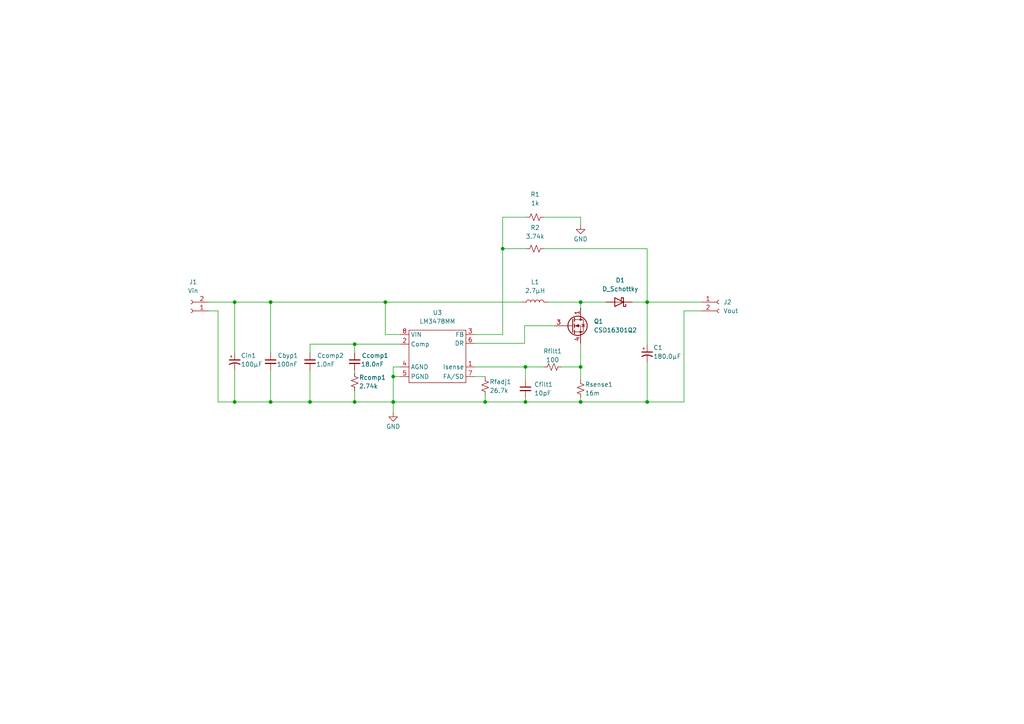
<source format=kicad_sch>
(kicad_sch (version 20211123) (generator eeschema)
  (paper "A4")
  (lib_symbols
    (symbol "Connector:Conn_01x02_Female" (pin_names (offset 1.016) hide)
      (property "Reference" "J" (at 0 2.54 0))
      (property "Value" "Conn_01x02_Female" (at 0 -5.08 0))
      (symbol "Conn_01x02_Female_1_1"
        (arc (start 0 -2.032) (mid -0.508 -2.54) (end 0 -3.048) (stroke (width 0.1524)))
        (polyline (pts (xy -1.27 -2.54) (xy -0.508 -2.54)) (stroke (width 0.1524)))
        (polyline (pts (xy -1.27 0) (xy -0.508 0)) (stroke (width 0.1524)))
        (arc (start 0 0.508) (mid -0.508 0) (end 0 -0.508) (stroke (width 0.1524)))
        (pin passive line (at -5.08 0 0) (length 3.81) (name "Pin_1") (number "1"))
        (pin passive line (at -5.08 -2.54 0) (length 3.81) (name "Pin_2") (number "2"))
      )
    )
    (symbol "CustomPower:LM3478MM"
      (property "Reference" "U" (at 0 -13.97 0))
      (property "Value" "LM3478MM" (at 0 -11.938 0))
      (symbol "LM3478MM_0_1"
        (rectangle (start -7.62 -5.08) (end 8.89 -20.32))
      )
      (symbol "LM3478MM_1_1"
        (pin input line (at 11.43 -15.748 180) (length 2.54) (name "Isense") (number "1"))
        (pin passive line (at -10.16 -9.144 0) (length 2.54) (name "Comp") (number "2"))
        (pin passive line (at 11.43 -6.35 180) (length 2.54) (name "FB") (number "3"))
        (pin passive line (at -10.16 -15.748 0) (length 2.54) (name "AGND") (number "4"))
        (pin passive line (at -10.16 -18.542 0) (length 2.54) (name "PGND") (number "5"))
        (pin passive line (at 11.43 -8.89 180) (length 2.54) (name "DR") (number "6"))
        (pin passive line (at 11.43 -18.542 180) (length 2.54) (name "FA/SD") (number "7"))
        (pin passive line (at -10.16 -6.35 0) (length 2.54) (name "VIN") (number "8"))
      )
    )
    (symbol "Device:C_Polarized_Small_US" (pin_numbers hide) (pin_names (offset 0.254) hide)
      (property "Reference" "C" (at 0.254 1.778 0))
      (property "Value" "C_Polarized_Small_US" (at 0.254 -2.032 0))
      (symbol "C_Polarized_Small_US_0_1"
        (polyline (pts (xy -1.524 0.508) (xy 1.524 0.508)) (stroke (width 0.3048)))
        (polyline (pts (xy -1.27 1.524) (xy -0.762 1.524)))
        (polyline (pts (xy -1.016 1.27) (xy -1.016 1.778)))
        (arc (start 1.524 -0.762) (mid 0 -0.3734) (end -1.524 -0.762) (stroke (width 0.3048)))
      )
      (symbol "C_Polarized_Small_US_1_1"
        (pin passive line (at 0 2.54 270) (length 2.032) (name "~") (number "1"))
        (pin passive line (at 0 -2.54 90) (length 2.032) (name "~") (number "2"))
      )
    )
    (symbol "Device:C_Small" (pin_numbers hide) (pin_names (offset 0.254) hide)
      (property "Reference" "C" (at 0.254 1.778 0))
      (property "Value" "C_Small" (at 0.254 -2.032 0))
      (symbol "C_Small_0_1"
        (polyline (pts (xy -1.524 -0.508) (xy 1.524 -0.508)) (stroke (width 0.3302)))
        (polyline (pts (xy -1.524 0.508) (xy 1.524 0.508)) (stroke (width 0.3048)))
      )
      (symbol "C_Small_1_1"
        (pin passive line (at 0 2.54 270) (length 2.032) (name "~") (number "1"))
        (pin passive line (at 0 -2.54 90) (length 2.032) (name "~") (number "2"))
      )
    )
    (symbol "Device:D_Schottky" (pin_numbers hide) (pin_names (offset 1.016) hide)
      (property "Reference" "D" (at 0 2.54 0))
      (property "Value" "D_Schottky" (at 0 -2.54 0))
      (symbol "D_Schottky_0_1"
        (polyline (pts (xy 1.27 0) (xy -1.27 0)))
        (polyline (pts (xy 1.27 1.27) (xy 1.27 -1.27) (xy -1.27 0) (xy 1.27 1.27)) (stroke (width 0.254)))
        (polyline (pts (xy -1.905 0.635) (xy -1.905 1.27) (xy -1.27 1.27) (xy -1.27 -1.27) (xy -0.635 -1.27) (xy -0.635 -0.635)) (stroke (width 0.254)))
      )
      (symbol "D_Schottky_1_1"
        (pin passive line (at -3.81 0 0) (length 2.54) (name "K") (number "1"))
        (pin passive line (at 3.81 0 180) (length 2.54) (name "A") (number "2"))
      )
    )
    (symbol "Device:L" (pin_numbers hide) (pin_names (offset 1.016) hide)
      (property "Reference" "L" (at -1.27 0 90))
      (property "Value" "L" (at 1.905 0 90))
      (symbol "L_0_1"
        (arc (start 0 -2.54) (mid 0.635 -1.905) (end 0 -1.27))
        (arc (start 0 -1.27) (mid 0.635 -0.635) (end 0 0))
        (arc (start 0 0) (mid 0.635 0.635) (end 0 1.27))
        (arc (start 0 1.27) (mid 0.635 1.905) (end 0 2.54))
      )
      (symbol "L_1_1"
        (pin passive line (at 0 3.81 270) (length 1.27) (name "1") (number "1"))
        (pin passive line (at 0 -3.81 90) (length 1.27) (name "2") (number "2"))
      )
    )
    (symbol "Device:R_Small_US" (pin_numbers hide) (pin_names (offset 0.254) hide)
      (property "Reference" "R" (at 0.762 0.508 0))
      (property "Value" "R_Small_US" (at 0.762 -1.016 0))
      (symbol "R_Small_US_1_1"
        (polyline (pts (xy 0 0) (xy 1.016 -0.381) (xy 0 -0.762) (xy -1.016 -1.143) (xy 0 -1.524)))
        (polyline (pts (xy 0 1.524) (xy 1.016 1.143) (xy 0 0.762) (xy -1.016 0.381) (xy 0 0)))
        (pin passive line (at 0 2.54 270) (length 1.016) (name "~") (number "1"))
        (pin passive line (at 0 -2.54 90) (length 1.016) (name "~") (number "2"))
      )
    )
    (symbol "Transistor_FET:CSD16301Q2" (pin_names hide)
      (property "Reference" "Q" (at 5.08 1.905 0))
      (property "Value" "CSD16301Q2" (at 5.08 0 0))
      (symbol "CSD16301Q2_0_1"
        (polyline (pts (xy 0.254 0) (xy -2.54 0)))
        (polyline (pts (xy 0.254 1.905) (xy 0.254 -1.905)) (stroke (width 0.254)))
        (polyline (pts (xy 0.762 -1.27) (xy 0.762 -2.286)) (stroke (width 0.254)))
        (polyline (pts (xy 0.762 0.508) (xy 0.762 -0.508)) (stroke (width 0.254)))
        (polyline (pts (xy 0.762 2.286) (xy 0.762 1.27)) (stroke (width 0.254)))
        (polyline (pts (xy 2.54 2.54) (xy 2.54 1.778)))
        (polyline (pts (xy 2.54 -2.54) (xy 2.54 0) (xy 0.762 0)))
        (polyline (pts (xy 0.762 -1.778) (xy 3.302 -1.778) (xy 3.302 1.778) (xy 0.762 1.778)))
        (polyline (pts (xy 1.016 0) (xy 2.032 0.381) (xy 2.032 -0.381) (xy 1.016 0)) (fill (type outline)))
        (polyline (pts (xy 2.794 0.508) (xy 2.921 0.381) (xy 3.683 0.381) (xy 3.81 0.254)))
        (polyline (pts (xy 3.302 0.381) (xy 2.921 -0.254) (xy 3.683 -0.254) (xy 3.302 0.381)))
        (circle (center 1.651 0) (radius 2.794) (stroke (width 0.254)))
        (circle (center 2.54 -1.778) (radius 0.254) (fill (type outline)))
        (circle (center 2.54 1.778) (radius 0.254) (fill (type outline)))
      )
      (symbol "CSD16301Q2_1_1"
        (pin passive line (at 2.54 5.08 270) (length 2.54) (name "D") (number "1"))
        (pin passive line (at 2.54 5.08 270) (length 2.54) hide (name "D") (number "2"))
        (pin passive line (at -5.08 0 0) (length 2.54) (name "G") (number "3"))
        (pin passive line (at 2.54 -5.08 90) (length 2.54) (name "S") (number "4"))
        (pin passive line (at 2.54 5.08 270) (length 2.54) hide (name "D") (number "5"))
        (pin passive line (at 2.54 5.08 270) (length 2.54) hide (name "D") (number "6"))
        (pin passive line (at 2.54 -5.08 90) (length 2.54) hide (name "S") (number "7"))
        (pin passive line (at 2.54 5.08 270) (length 2.54) hide (name "D") (number "8"))
      )
    )
    (symbol "power:GND" (power) (pin_names (offset 0))
      (property "Value" "GND" (at 0 -3.81 0))
      (symbol "GND_0_1"
        (polyline (pts (xy 0 0) (xy 0 -1.27) (xy 1.27 -1.27) (xy 0 -2.54) (xy -1.27 -1.27) (xy 0 -1.27)))
      )
      (symbol "GND_1_1"
        (pin power_in line (at 0 0 270) (length 0) hide (name "GND") (number "1"))
      )
    )
  )
  (junction (at 114.046 109.22))
  (junction (at 78.486 116.586))
  (junction (at 168.402 116.586))
  (junction (at 89.916 116.586))
  (junction (at 68.072 87.63))
  (junction (at 152.4 106.426))
  (junction (at 102.87 99.822))
  (junction (at 145.796 72.136))
  (junction (at 114.046 116.586))
  (junction (at 152.4 116.586))
  (junction (at 68.072 116.586))
  (junction (at 102.87 116.586))
  (junction (at 187.706 116.586))
  (junction (at 140.716 116.586))
  (junction (at 187.706 87.63))
  (junction (at 168.402 106.426))
  (junction (at 78.486 87.63))
  (junction (at 168.402 87.63))
  (junction (at 111.76 87.63))
  (wire (pts (xy 157.734 72.136) (xy 187.706 72.136)))
  (wire (pts (xy 152.146 94.488) (xy 160.782 94.488)))
  (wire (pts (xy 152.654 62.992) (xy 145.796 62.992)))
  (wire (pts (xy 114.046 106.426) (xy 114.046 109.22)))
  (wire (pts (xy 114.046 109.22) (xy 116.078 109.22)))
  (wire (pts (xy 152.4 106.426) (xy 152.4 110.236)))
  (wire (pts (xy 68.072 87.63) (xy 68.072 102.362)))
  (wire (pts (xy 152.4 116.586) (xy 152.4 115.316)))
  (wire (pts (xy 145.796 62.992) (xy 145.796 72.136)))
  (wire (pts (xy 140.716 109.22) (xy 140.716 109.474)))
  (wire (pts (xy 168.402 106.426) (xy 168.402 110.236)))
  (wire (pts (xy 114.046 116.586) (xy 140.716 116.586)))
  (wire (pts (xy 152.4 106.426) (xy 157.734 106.426)))
  (wire (pts (xy 168.402 116.586) (xy 187.706 116.586)))
  (wire (pts (xy 68.072 116.586) (xy 78.486 116.586)))
  (wire (pts (xy 159.004 87.63) (xy 168.402 87.63)))
  (wire (pts (xy 168.402 99.568) (xy 168.402 106.426)))
  (wire (pts (xy 60.452 87.63) (xy 68.072 87.63)))
  (wire (pts (xy 198.374 116.586) (xy 187.706 116.586)))
  (wire (pts (xy 137.668 109.22) (xy 140.716 109.22)))
  (wire (pts (xy 137.668 99.568) (xy 152.146 99.568)))
  (wire (pts (xy 152.146 99.568) (xy 152.146 94.488)))
  (wire (pts (xy 68.072 107.442) (xy 68.072 116.586)))
  (wire (pts (xy 111.76 87.63) (xy 151.384 87.63)))
  (wire (pts (xy 116.078 106.426) (xy 114.046 106.426)))
  (wire (pts (xy 114.046 116.586) (xy 102.87 116.586)))
  (wire (pts (xy 114.046 109.22) (xy 114.046 116.586)))
  (wire (pts (xy 78.486 116.586) (xy 89.916 116.586)))
  (wire (pts (xy 114.046 116.586) (xy 114.046 119.634)))
  (wire (pts (xy 89.916 99.822) (xy 89.916 102.362)))
  (wire (pts (xy 187.706 87.63) (xy 187.706 100.076)))
  (wire (pts (xy 162.814 106.426) (xy 168.402 106.426)))
  (wire (pts (xy 102.87 99.822) (xy 116.078 99.822)))
  (wire (pts (xy 89.916 107.442) (xy 89.916 116.586)))
  (wire (pts (xy 111.76 97.028) (xy 116.078 97.028)))
  (wire (pts (xy 145.796 72.136) (xy 145.796 97.028)))
  (wire (pts (xy 89.916 116.586) (xy 102.87 116.586)))
  (wire (pts (xy 157.734 62.992) (xy 168.402 62.992)))
  (wire (pts (xy 111.76 87.63) (xy 111.76 97.028)))
  (wire (pts (xy 152.4 116.586) (xy 168.402 116.586)))
  (wire (pts (xy 187.706 72.136) (xy 187.706 87.63)))
  (wire (pts (xy 60.452 90.17) (xy 63.246 90.17)))
  (wire (pts (xy 63.246 116.586) (xy 68.072 116.586)))
  (wire (pts (xy 168.402 115.316) (xy 168.402 116.586)))
  (wire (pts (xy 168.402 87.63) (xy 175.768 87.63)))
  (wire (pts (xy 137.668 106.426) (xy 152.4 106.426)))
  (wire (pts (xy 168.402 87.63) (xy 168.402 89.408)))
  (wire (pts (xy 102.87 99.822) (xy 102.87 102.362)))
  (wire (pts (xy 102.87 113.284) (xy 102.87 116.586)))
  (wire (pts (xy 63.246 90.17) (xy 63.246 116.586)))
  (wire (pts (xy 102.87 107.442) (xy 102.87 108.204)))
  (wire (pts (xy 137.668 97.028) (xy 145.796 97.028)))
  (wire (pts (xy 187.706 105.156) (xy 187.706 116.586)))
  (wire (pts (xy 140.716 116.586) (xy 152.4 116.586)))
  (wire (pts (xy 187.706 87.63) (xy 203.454 87.63)))
  (wire (pts (xy 78.486 87.63) (xy 111.76 87.63)))
  (wire (pts (xy 78.486 87.63) (xy 78.486 102.362)))
  (wire (pts (xy 89.916 99.822) (xy 102.87 99.822)))
  (wire (pts (xy 140.716 114.554) (xy 140.716 116.586)))
  (wire (pts (xy 78.486 107.442) (xy 78.486 116.586)))
  (wire (pts (xy 183.388 87.63) (xy 187.706 87.63)))
  (wire (pts (xy 68.072 87.63) (xy 78.486 87.63)))
  (wire (pts (xy 145.796 72.136) (xy 152.654 72.136)))
  (wire (pts (xy 168.402 62.992) (xy 168.402 65.278)))
  (wire (pts (xy 198.374 90.17) (xy 198.374 116.586)))
  (wire (pts (xy 198.374 90.17) (xy 203.454 90.17)))
  (symbol (lib_id "Device:L") (at 155.194 87.63 90) (unit 1)
    (property "Reference" "L1" (at 155.194 81.788 90))
    (property "Value" "2.7µH" (at 155.194 84.328 90))
    (property "Footprint" "Inductor_SMD:L_TDK_VLP8040" (effects hide))
  )
  (symbol (lib_id "Connector:Conn_01x02_Female") (at 55.372 90.17 180) (unit 1)
    (property "Reference" "J1" (at 56.007 81.788 0))
    (property "Value" "Vin" (at 56.007 84.328 0))
    (property "Footprint" "Connector_PinHeader_2.54mm:PinHeader_1x02_P2.54mm_Vertical" (effects hide))
  )
  (symbol (lib_id "Transistor_FET:CSD16301Q2") (at 165.862 94.488 0) (unit 1)
    (property "Reference" "Q1" (at 172.212 93.2179 0) (effects (justify left)))
    (property "Value" "CSD16301Q2" (at 172.212 95.7579 0) (effects (justify left)))
    (property "Footprint" "Package_SON:Texas_DQK" (effects hide))
    (property "Datasheet" "http://www.ti.com/lit/ds/symlink/csd16301q2.pdf" (effects hide))
  )
  (symbol (lib_id "Device:C_Polarized_Small_US") (at 187.706 102.616 0) (unit 1)
    (property "Reference" "C1" (at 189.484 100.838 0) (effects (justify left)))
    (property "Value" "180.0μF" (at 189.484 103.378 0) (effects (justify left)))
    (property "Footprint" "Capacitor_SMD:CP_Elec_10x10" (effects hide))
  )
  (symbol (lib_id "Connector:Conn_01x02_Female") (at 208.534 87.63 0) (unit 1)
    (property "Reference" "J2" (at 209.804 87.6299 0) (effects (justify left)))
    (property "Value" "Vout" (at 209.804 90.1699 0) (effects (justify left)))
    (property "Footprint" "Connector_PinHeader_2.54mm:PinHeader_1x02_P2.54mm_Vertical" (effects hide))
  )
  (symbol (lib_id "Device:R_Small_US") (at 155.194 72.136 90) (unit 1)
    (property "Reference" "R2" (at 155.194 66.04 90))
    (property "Value" "3.74k" (at 155.194 68.58 90))
    (property "Footprint" "Resistor_SMD:R_0402_1005Metric_Pad0.72x0.64mm_HandSolder" (effects hide))
  )
  (symbol (lib_id "Device:C_Polarized_Small_US") (at 68.072 104.902 0) (unit 1)
    (property "Reference" "Cin1" (at 69.85 103.124 0) (effects (justify left)))
    (property "Value" "100µF" (at 69.85 105.664 0) (effects (justify left)))
    (property "Footprint" "Capacitor_SMD:C_0805_2012Metric_Pad1.18x1.45mm_HandSolder" (effects hide))
  )
  (symbol (lib_id "Device:R_Small_US") (at 140.716 112.014 0) (unit 1)
    (property "Reference" "Rfadj1" (at 141.986 110.744 0) (effects (justify left)))
    (property "Value" "26.7k" (at 141.986 113.284 0) (effects (justify left)))
    (property "Footprint" "Resistor_SMD:R_0402_1005Metric_Pad0.72x0.64mm_HandSolder" (effects hide))
  )
  (symbol (lib_id "CustomPower:LM3478MM") (at 126.238 90.678 0) (unit 1)
    (property "Reference" "U3" (at 126.873 90.678 0))
    (property "Value" "LM3478MM" (at 126.873 93.218 0))
    (property "Footprint" "Package_SO:SOIC-8-1EP_3.9x4.9mm_P1.27mm_EP2.29x3mm" (effects hide))
  )
  (symbol (lib_id "Device:C_Small") (at 152.4 112.776 0) (unit 1)
    (property "Reference" "Cfilt1" (at 154.94 111.5122 0) (effects (justify left)))
    (property "Value" "10ρF" (at 154.94 114.0522 0) (effects (justify left)))
    (property "Footprint" "Capacitor_SMD:C_0805_2012Metric_Pad1.18x1.45mm_HandSolder" (effects hide))
  )
  (symbol (lib_id "Device:R_Small_US") (at 155.194 62.992 90) (unit 1)
    (property "Reference" "R1" (at 155.194 56.388 90))
    (property "Value" "1k" (at 155.194 58.928 90))
    (property "Footprint" "Resistor_SMD:R_0402_1005Metric_Pad0.72x0.64mm_HandSolder" (effects hide))
  )
  (symbol (lib_id "power:GND") (at 114.046 119.634 0) (unit 1)
    (property "Reference" "#PWR0101" (effects hide))
    (property "Value" "GND" (at 114.046 123.698 0))
  )
  (symbol (lib_id "Device:R_Small_US") (at 102.87 110.744 0) (unit 1)
    (property "Reference" "Rcomp1" (at 104.14 109.474 0) (effects (justify left)))
    (property "Value" "2.74k" (at 104.14 112.014 0) (effects (justify left)))
    (property "Footprint" "Resistor_SMD:R_0805_2012Metric_Pad1.20x1.40mm_HandSolder" (effects hide))
  )
  (symbol (lib_id "Device:C_Small") (at 78.486 104.902 0) (unit 1)
    (property "Reference" "Cbyp1" (at 80.518 103.124 0) (effects (justify left)))
    (property "Value" "100nF" (at 80.264 105.664 0) (effects (justify left)))
    (property "Footprint" "Capacitor_SMD:C_0402_1005Metric_Pad0.74x0.62mm_HandSolder" (effects hide))
  )
  (symbol (lib_id "Device:C_Small") (at 102.87 104.902 0) (unit 1)
    (property "Reference" "Ccomp1" (at 104.902 103.124 0) (effects (justify left)))
    (property "Value" "18.0nF" (at 104.648 105.664 0) (effects (justify left)))
    (property "Footprint" "Resistor_SMD:R_0402_1005Metric_Pad0.72x0.64mm_HandSolder" (effects hide))
  )
  (symbol (lib_id "Device:R_Small_US") (at 160.274 106.426 90) (unit 1)
    (property "Reference" "Rfilt1" (at 160.274 101.854 90))
    (property "Value" "100" (at 160.274 104.394 90))
    (property "Footprint" "Resistor_SMD:R_0805_2012Metric_Pad1.20x1.40mm_HandSolder" (effects hide))
  )
  (symbol (lib_id "Device:R_Small_US") (at 168.402 112.776 0) (unit 1)
    (property "Reference" "Rsense1" (at 169.672 111.506 0) (effects (justify left)))
    (property "Value" "16m" (at 169.672 114.046 0) (effects (justify left)))
    (property "Footprint" "Resistor_SMD:R_1206_3216Metric_Pad1.30x1.75mm_HandSolder" (effects hide))
  )
  (symbol (lib_id "Device:C_Small") (at 89.916 104.902 0) (unit 1)
    (property "Reference" "Ccomp2" (at 91.948 103.124 0) (effects (justify left)))
    (property "Value" "1.0nF" (at 91.694 105.664 0) (effects (justify left)))
    (property "Footprint" "Capacitor_SMD:C_0805_2012Metric_Pad1.18x1.45mm_HandSolder" (effects hide))
  )
  (symbol (lib_id "power:GND") (at 168.402 65.278 0) (unit 1)
    (property "Reference" "#PWR0102" (effects hide))
    (property "Value" "GND" (at 168.402 69.342 0))
  )
  (symbol (lib_id "Device:D_Schottky") (at 179.578 87.63 180) (unit 1)
    (property "Reference" "D1" (at 179.8955 81.28 0))
    (property "Value" "D_Schottky" (at 179.8955 83.82 0))
    (property "Footprint" "Diode_SMD:D_SMB-SMC_Universal_Handsoldering" (effects hide))
  )
)
</source>
